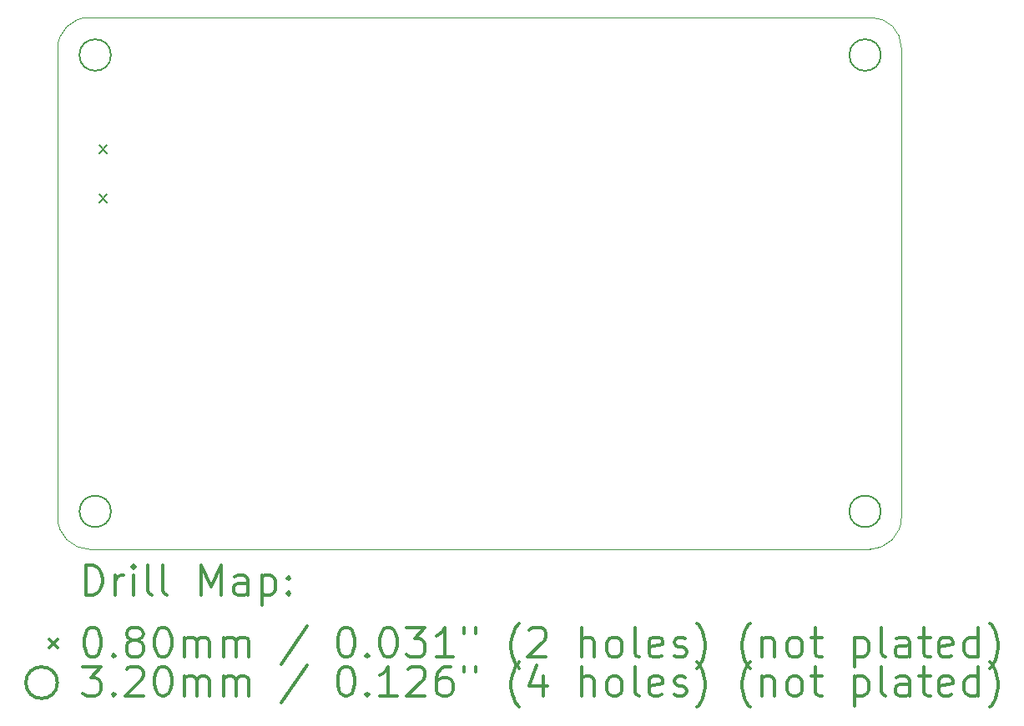
<source format=gbr>
%FSLAX45Y45*%
G04 Gerber Fmt 4.5, Leading zero omitted, Abs format (unit mm)*
G04 Created by KiCad (PCBNEW (5.1.9)-1) date 2021-06-01 18:20:39*
%MOMM*%
%LPD*%
G01*
G04 APERTURE LIST*
%TA.AperFunction,Profile*%
%ADD10C,0.050000*%
%TD*%
%ADD11C,0.200000*%
%ADD12C,0.300000*%
G04 APERTURE END LIST*
D10*
X12319000Y-4318000D02*
G75*
G02*
X12624000Y-4623000I0J-305000D01*
G01*
X4381500Y-9715500D02*
G75*
G02*
X4064000Y-9398000I0J317500D01*
G01*
X4064000Y-4635500D02*
G75*
G02*
X4381500Y-4318000I317500J0D01*
G01*
X12624000Y-9398000D02*
G75*
G02*
X12306500Y-9715500I-317500J0D01*
G01*
X12624000Y-4623000D02*
X12624000Y-9398000D01*
X4064000Y-4635500D02*
X4064000Y-9398000D01*
X4381500Y-9715500D02*
X12306500Y-9715500D01*
X4381500Y-4318000D02*
X12319000Y-4318000D01*
D11*
X4485000Y-5615500D02*
X4565000Y-5695500D01*
X4565000Y-5615500D02*
X4485000Y-5695500D01*
X4485000Y-6115500D02*
X4565000Y-6195500D01*
X4565000Y-6115500D02*
X4485000Y-6195500D01*
X4605000Y-4699000D02*
G75*
G03*
X4605000Y-4699000I-160000J0D01*
G01*
X4605000Y-9334500D02*
G75*
G03*
X4605000Y-9334500I-160000J0D01*
G01*
X12415500Y-4699000D02*
G75*
G03*
X12415500Y-4699000I-160000J0D01*
G01*
X12415500Y-9334500D02*
G75*
G03*
X12415500Y-9334500I-160000J0D01*
G01*
D12*
X4347928Y-10183714D02*
X4347928Y-9883714D01*
X4419357Y-9883714D01*
X4462214Y-9898000D01*
X4490786Y-9926572D01*
X4505071Y-9955143D01*
X4519357Y-10012286D01*
X4519357Y-10055143D01*
X4505071Y-10112286D01*
X4490786Y-10140857D01*
X4462214Y-10169429D01*
X4419357Y-10183714D01*
X4347928Y-10183714D01*
X4647928Y-10183714D02*
X4647928Y-9983714D01*
X4647928Y-10040857D02*
X4662214Y-10012286D01*
X4676500Y-9998000D01*
X4705071Y-9983714D01*
X4733643Y-9983714D01*
X4833643Y-10183714D02*
X4833643Y-9983714D01*
X4833643Y-9883714D02*
X4819357Y-9898000D01*
X4833643Y-9912286D01*
X4847928Y-9898000D01*
X4833643Y-9883714D01*
X4833643Y-9912286D01*
X5019357Y-10183714D02*
X4990786Y-10169429D01*
X4976500Y-10140857D01*
X4976500Y-9883714D01*
X5176500Y-10183714D02*
X5147928Y-10169429D01*
X5133643Y-10140857D01*
X5133643Y-9883714D01*
X5519357Y-10183714D02*
X5519357Y-9883714D01*
X5619357Y-10098000D01*
X5719357Y-9883714D01*
X5719357Y-10183714D01*
X5990786Y-10183714D02*
X5990786Y-10026572D01*
X5976500Y-9998000D01*
X5947928Y-9983714D01*
X5890786Y-9983714D01*
X5862214Y-9998000D01*
X5990786Y-10169429D02*
X5962214Y-10183714D01*
X5890786Y-10183714D01*
X5862214Y-10169429D01*
X5847928Y-10140857D01*
X5847928Y-10112286D01*
X5862214Y-10083714D01*
X5890786Y-10069429D01*
X5962214Y-10069429D01*
X5990786Y-10055143D01*
X6133643Y-9983714D02*
X6133643Y-10283714D01*
X6133643Y-9998000D02*
X6162214Y-9983714D01*
X6219357Y-9983714D01*
X6247928Y-9998000D01*
X6262214Y-10012286D01*
X6276500Y-10040857D01*
X6276500Y-10126572D01*
X6262214Y-10155143D01*
X6247928Y-10169429D01*
X6219357Y-10183714D01*
X6162214Y-10183714D01*
X6133643Y-10169429D01*
X6405071Y-10155143D02*
X6419357Y-10169429D01*
X6405071Y-10183714D01*
X6390786Y-10169429D01*
X6405071Y-10155143D01*
X6405071Y-10183714D01*
X6405071Y-9998000D02*
X6419357Y-10012286D01*
X6405071Y-10026572D01*
X6390786Y-10012286D01*
X6405071Y-9998000D01*
X6405071Y-10026572D01*
X3981500Y-10638000D02*
X4061500Y-10718000D01*
X4061500Y-10638000D02*
X3981500Y-10718000D01*
X4405071Y-10513714D02*
X4433643Y-10513714D01*
X4462214Y-10528000D01*
X4476500Y-10542286D01*
X4490786Y-10570857D01*
X4505071Y-10628000D01*
X4505071Y-10699429D01*
X4490786Y-10756572D01*
X4476500Y-10785143D01*
X4462214Y-10799429D01*
X4433643Y-10813714D01*
X4405071Y-10813714D01*
X4376500Y-10799429D01*
X4362214Y-10785143D01*
X4347928Y-10756572D01*
X4333643Y-10699429D01*
X4333643Y-10628000D01*
X4347928Y-10570857D01*
X4362214Y-10542286D01*
X4376500Y-10528000D01*
X4405071Y-10513714D01*
X4633643Y-10785143D02*
X4647928Y-10799429D01*
X4633643Y-10813714D01*
X4619357Y-10799429D01*
X4633643Y-10785143D01*
X4633643Y-10813714D01*
X4819357Y-10642286D02*
X4790786Y-10628000D01*
X4776500Y-10613714D01*
X4762214Y-10585143D01*
X4762214Y-10570857D01*
X4776500Y-10542286D01*
X4790786Y-10528000D01*
X4819357Y-10513714D01*
X4876500Y-10513714D01*
X4905071Y-10528000D01*
X4919357Y-10542286D01*
X4933643Y-10570857D01*
X4933643Y-10585143D01*
X4919357Y-10613714D01*
X4905071Y-10628000D01*
X4876500Y-10642286D01*
X4819357Y-10642286D01*
X4790786Y-10656572D01*
X4776500Y-10670857D01*
X4762214Y-10699429D01*
X4762214Y-10756572D01*
X4776500Y-10785143D01*
X4790786Y-10799429D01*
X4819357Y-10813714D01*
X4876500Y-10813714D01*
X4905071Y-10799429D01*
X4919357Y-10785143D01*
X4933643Y-10756572D01*
X4933643Y-10699429D01*
X4919357Y-10670857D01*
X4905071Y-10656572D01*
X4876500Y-10642286D01*
X5119357Y-10513714D02*
X5147928Y-10513714D01*
X5176500Y-10528000D01*
X5190786Y-10542286D01*
X5205071Y-10570857D01*
X5219357Y-10628000D01*
X5219357Y-10699429D01*
X5205071Y-10756572D01*
X5190786Y-10785143D01*
X5176500Y-10799429D01*
X5147928Y-10813714D01*
X5119357Y-10813714D01*
X5090786Y-10799429D01*
X5076500Y-10785143D01*
X5062214Y-10756572D01*
X5047928Y-10699429D01*
X5047928Y-10628000D01*
X5062214Y-10570857D01*
X5076500Y-10542286D01*
X5090786Y-10528000D01*
X5119357Y-10513714D01*
X5347928Y-10813714D02*
X5347928Y-10613714D01*
X5347928Y-10642286D02*
X5362214Y-10628000D01*
X5390786Y-10613714D01*
X5433643Y-10613714D01*
X5462214Y-10628000D01*
X5476500Y-10656572D01*
X5476500Y-10813714D01*
X5476500Y-10656572D02*
X5490786Y-10628000D01*
X5519357Y-10613714D01*
X5562214Y-10613714D01*
X5590786Y-10628000D01*
X5605071Y-10656572D01*
X5605071Y-10813714D01*
X5747928Y-10813714D02*
X5747928Y-10613714D01*
X5747928Y-10642286D02*
X5762214Y-10628000D01*
X5790786Y-10613714D01*
X5833643Y-10613714D01*
X5862214Y-10628000D01*
X5876500Y-10656572D01*
X5876500Y-10813714D01*
X5876500Y-10656572D02*
X5890786Y-10628000D01*
X5919357Y-10613714D01*
X5962214Y-10613714D01*
X5990786Y-10628000D01*
X6005071Y-10656572D01*
X6005071Y-10813714D01*
X6590786Y-10499429D02*
X6333643Y-10885143D01*
X6976500Y-10513714D02*
X7005071Y-10513714D01*
X7033643Y-10528000D01*
X7047928Y-10542286D01*
X7062214Y-10570857D01*
X7076500Y-10628000D01*
X7076500Y-10699429D01*
X7062214Y-10756572D01*
X7047928Y-10785143D01*
X7033643Y-10799429D01*
X7005071Y-10813714D01*
X6976500Y-10813714D01*
X6947928Y-10799429D01*
X6933643Y-10785143D01*
X6919357Y-10756572D01*
X6905071Y-10699429D01*
X6905071Y-10628000D01*
X6919357Y-10570857D01*
X6933643Y-10542286D01*
X6947928Y-10528000D01*
X6976500Y-10513714D01*
X7205071Y-10785143D02*
X7219357Y-10799429D01*
X7205071Y-10813714D01*
X7190786Y-10799429D01*
X7205071Y-10785143D01*
X7205071Y-10813714D01*
X7405071Y-10513714D02*
X7433643Y-10513714D01*
X7462214Y-10528000D01*
X7476500Y-10542286D01*
X7490786Y-10570857D01*
X7505071Y-10628000D01*
X7505071Y-10699429D01*
X7490786Y-10756572D01*
X7476500Y-10785143D01*
X7462214Y-10799429D01*
X7433643Y-10813714D01*
X7405071Y-10813714D01*
X7376500Y-10799429D01*
X7362214Y-10785143D01*
X7347928Y-10756572D01*
X7333643Y-10699429D01*
X7333643Y-10628000D01*
X7347928Y-10570857D01*
X7362214Y-10542286D01*
X7376500Y-10528000D01*
X7405071Y-10513714D01*
X7605071Y-10513714D02*
X7790786Y-10513714D01*
X7690786Y-10628000D01*
X7733643Y-10628000D01*
X7762214Y-10642286D01*
X7776500Y-10656572D01*
X7790786Y-10685143D01*
X7790786Y-10756572D01*
X7776500Y-10785143D01*
X7762214Y-10799429D01*
X7733643Y-10813714D01*
X7647928Y-10813714D01*
X7619357Y-10799429D01*
X7605071Y-10785143D01*
X8076500Y-10813714D02*
X7905071Y-10813714D01*
X7990786Y-10813714D02*
X7990786Y-10513714D01*
X7962214Y-10556572D01*
X7933643Y-10585143D01*
X7905071Y-10599429D01*
X8190786Y-10513714D02*
X8190786Y-10570857D01*
X8305071Y-10513714D02*
X8305071Y-10570857D01*
X8747928Y-10928000D02*
X8733643Y-10913714D01*
X8705071Y-10870857D01*
X8690786Y-10842286D01*
X8676500Y-10799429D01*
X8662214Y-10728000D01*
X8662214Y-10670857D01*
X8676500Y-10599429D01*
X8690786Y-10556572D01*
X8705071Y-10528000D01*
X8733643Y-10485143D01*
X8747928Y-10470857D01*
X8847928Y-10542286D02*
X8862214Y-10528000D01*
X8890786Y-10513714D01*
X8962214Y-10513714D01*
X8990786Y-10528000D01*
X9005071Y-10542286D01*
X9019357Y-10570857D01*
X9019357Y-10599429D01*
X9005071Y-10642286D01*
X8833643Y-10813714D01*
X9019357Y-10813714D01*
X9376500Y-10813714D02*
X9376500Y-10513714D01*
X9505071Y-10813714D02*
X9505071Y-10656572D01*
X9490786Y-10628000D01*
X9462214Y-10613714D01*
X9419357Y-10613714D01*
X9390786Y-10628000D01*
X9376500Y-10642286D01*
X9690786Y-10813714D02*
X9662214Y-10799429D01*
X9647928Y-10785143D01*
X9633643Y-10756572D01*
X9633643Y-10670857D01*
X9647928Y-10642286D01*
X9662214Y-10628000D01*
X9690786Y-10613714D01*
X9733643Y-10613714D01*
X9762214Y-10628000D01*
X9776500Y-10642286D01*
X9790786Y-10670857D01*
X9790786Y-10756572D01*
X9776500Y-10785143D01*
X9762214Y-10799429D01*
X9733643Y-10813714D01*
X9690786Y-10813714D01*
X9962214Y-10813714D02*
X9933643Y-10799429D01*
X9919357Y-10770857D01*
X9919357Y-10513714D01*
X10190786Y-10799429D02*
X10162214Y-10813714D01*
X10105071Y-10813714D01*
X10076500Y-10799429D01*
X10062214Y-10770857D01*
X10062214Y-10656572D01*
X10076500Y-10628000D01*
X10105071Y-10613714D01*
X10162214Y-10613714D01*
X10190786Y-10628000D01*
X10205071Y-10656572D01*
X10205071Y-10685143D01*
X10062214Y-10713714D01*
X10319357Y-10799429D02*
X10347928Y-10813714D01*
X10405071Y-10813714D01*
X10433643Y-10799429D01*
X10447928Y-10770857D01*
X10447928Y-10756572D01*
X10433643Y-10728000D01*
X10405071Y-10713714D01*
X10362214Y-10713714D01*
X10333643Y-10699429D01*
X10319357Y-10670857D01*
X10319357Y-10656572D01*
X10333643Y-10628000D01*
X10362214Y-10613714D01*
X10405071Y-10613714D01*
X10433643Y-10628000D01*
X10547928Y-10928000D02*
X10562214Y-10913714D01*
X10590786Y-10870857D01*
X10605071Y-10842286D01*
X10619357Y-10799429D01*
X10633643Y-10728000D01*
X10633643Y-10670857D01*
X10619357Y-10599429D01*
X10605071Y-10556572D01*
X10590786Y-10528000D01*
X10562214Y-10485143D01*
X10547928Y-10470857D01*
X11090786Y-10928000D02*
X11076500Y-10913714D01*
X11047928Y-10870857D01*
X11033643Y-10842286D01*
X11019357Y-10799429D01*
X11005071Y-10728000D01*
X11005071Y-10670857D01*
X11019357Y-10599429D01*
X11033643Y-10556572D01*
X11047928Y-10528000D01*
X11076500Y-10485143D01*
X11090786Y-10470857D01*
X11205071Y-10613714D02*
X11205071Y-10813714D01*
X11205071Y-10642286D02*
X11219357Y-10628000D01*
X11247928Y-10613714D01*
X11290786Y-10613714D01*
X11319357Y-10628000D01*
X11333643Y-10656572D01*
X11333643Y-10813714D01*
X11519357Y-10813714D02*
X11490786Y-10799429D01*
X11476500Y-10785143D01*
X11462214Y-10756572D01*
X11462214Y-10670857D01*
X11476500Y-10642286D01*
X11490786Y-10628000D01*
X11519357Y-10613714D01*
X11562214Y-10613714D01*
X11590786Y-10628000D01*
X11605071Y-10642286D01*
X11619357Y-10670857D01*
X11619357Y-10756572D01*
X11605071Y-10785143D01*
X11590786Y-10799429D01*
X11562214Y-10813714D01*
X11519357Y-10813714D01*
X11705071Y-10613714D02*
X11819357Y-10613714D01*
X11747928Y-10513714D02*
X11747928Y-10770857D01*
X11762214Y-10799429D01*
X11790786Y-10813714D01*
X11819357Y-10813714D01*
X12147928Y-10613714D02*
X12147928Y-10913714D01*
X12147928Y-10628000D02*
X12176500Y-10613714D01*
X12233643Y-10613714D01*
X12262214Y-10628000D01*
X12276500Y-10642286D01*
X12290786Y-10670857D01*
X12290786Y-10756572D01*
X12276500Y-10785143D01*
X12262214Y-10799429D01*
X12233643Y-10813714D01*
X12176500Y-10813714D01*
X12147928Y-10799429D01*
X12462214Y-10813714D02*
X12433643Y-10799429D01*
X12419357Y-10770857D01*
X12419357Y-10513714D01*
X12705071Y-10813714D02*
X12705071Y-10656572D01*
X12690786Y-10628000D01*
X12662214Y-10613714D01*
X12605071Y-10613714D01*
X12576500Y-10628000D01*
X12705071Y-10799429D02*
X12676500Y-10813714D01*
X12605071Y-10813714D01*
X12576500Y-10799429D01*
X12562214Y-10770857D01*
X12562214Y-10742286D01*
X12576500Y-10713714D01*
X12605071Y-10699429D01*
X12676500Y-10699429D01*
X12705071Y-10685143D01*
X12805071Y-10613714D02*
X12919357Y-10613714D01*
X12847928Y-10513714D02*
X12847928Y-10770857D01*
X12862214Y-10799429D01*
X12890786Y-10813714D01*
X12919357Y-10813714D01*
X13133643Y-10799429D02*
X13105071Y-10813714D01*
X13047928Y-10813714D01*
X13019357Y-10799429D01*
X13005071Y-10770857D01*
X13005071Y-10656572D01*
X13019357Y-10628000D01*
X13047928Y-10613714D01*
X13105071Y-10613714D01*
X13133643Y-10628000D01*
X13147928Y-10656572D01*
X13147928Y-10685143D01*
X13005071Y-10713714D01*
X13405071Y-10813714D02*
X13405071Y-10513714D01*
X13405071Y-10799429D02*
X13376500Y-10813714D01*
X13319357Y-10813714D01*
X13290786Y-10799429D01*
X13276500Y-10785143D01*
X13262214Y-10756572D01*
X13262214Y-10670857D01*
X13276500Y-10642286D01*
X13290786Y-10628000D01*
X13319357Y-10613714D01*
X13376500Y-10613714D01*
X13405071Y-10628000D01*
X13519357Y-10928000D02*
X13533643Y-10913714D01*
X13562214Y-10870857D01*
X13576500Y-10842286D01*
X13590786Y-10799429D01*
X13605071Y-10728000D01*
X13605071Y-10670857D01*
X13590786Y-10599429D01*
X13576500Y-10556572D01*
X13562214Y-10528000D01*
X13533643Y-10485143D01*
X13519357Y-10470857D01*
X4061500Y-11074000D02*
G75*
G03*
X4061500Y-11074000I-160000J0D01*
G01*
X4319357Y-10909714D02*
X4505071Y-10909714D01*
X4405071Y-11024000D01*
X4447928Y-11024000D01*
X4476500Y-11038286D01*
X4490786Y-11052572D01*
X4505071Y-11081143D01*
X4505071Y-11152572D01*
X4490786Y-11181143D01*
X4476500Y-11195429D01*
X4447928Y-11209714D01*
X4362214Y-11209714D01*
X4333643Y-11195429D01*
X4319357Y-11181143D01*
X4633643Y-11181143D02*
X4647928Y-11195429D01*
X4633643Y-11209714D01*
X4619357Y-11195429D01*
X4633643Y-11181143D01*
X4633643Y-11209714D01*
X4762214Y-10938286D02*
X4776500Y-10924000D01*
X4805071Y-10909714D01*
X4876500Y-10909714D01*
X4905071Y-10924000D01*
X4919357Y-10938286D01*
X4933643Y-10966857D01*
X4933643Y-10995429D01*
X4919357Y-11038286D01*
X4747928Y-11209714D01*
X4933643Y-11209714D01*
X5119357Y-10909714D02*
X5147928Y-10909714D01*
X5176500Y-10924000D01*
X5190786Y-10938286D01*
X5205071Y-10966857D01*
X5219357Y-11024000D01*
X5219357Y-11095429D01*
X5205071Y-11152572D01*
X5190786Y-11181143D01*
X5176500Y-11195429D01*
X5147928Y-11209714D01*
X5119357Y-11209714D01*
X5090786Y-11195429D01*
X5076500Y-11181143D01*
X5062214Y-11152572D01*
X5047928Y-11095429D01*
X5047928Y-11024000D01*
X5062214Y-10966857D01*
X5076500Y-10938286D01*
X5090786Y-10924000D01*
X5119357Y-10909714D01*
X5347928Y-11209714D02*
X5347928Y-11009714D01*
X5347928Y-11038286D02*
X5362214Y-11024000D01*
X5390786Y-11009714D01*
X5433643Y-11009714D01*
X5462214Y-11024000D01*
X5476500Y-11052572D01*
X5476500Y-11209714D01*
X5476500Y-11052572D02*
X5490786Y-11024000D01*
X5519357Y-11009714D01*
X5562214Y-11009714D01*
X5590786Y-11024000D01*
X5605071Y-11052572D01*
X5605071Y-11209714D01*
X5747928Y-11209714D02*
X5747928Y-11009714D01*
X5747928Y-11038286D02*
X5762214Y-11024000D01*
X5790786Y-11009714D01*
X5833643Y-11009714D01*
X5862214Y-11024000D01*
X5876500Y-11052572D01*
X5876500Y-11209714D01*
X5876500Y-11052572D02*
X5890786Y-11024000D01*
X5919357Y-11009714D01*
X5962214Y-11009714D01*
X5990786Y-11024000D01*
X6005071Y-11052572D01*
X6005071Y-11209714D01*
X6590786Y-10895429D02*
X6333643Y-11281143D01*
X6976500Y-10909714D02*
X7005071Y-10909714D01*
X7033643Y-10924000D01*
X7047928Y-10938286D01*
X7062214Y-10966857D01*
X7076500Y-11024000D01*
X7076500Y-11095429D01*
X7062214Y-11152572D01*
X7047928Y-11181143D01*
X7033643Y-11195429D01*
X7005071Y-11209714D01*
X6976500Y-11209714D01*
X6947928Y-11195429D01*
X6933643Y-11181143D01*
X6919357Y-11152572D01*
X6905071Y-11095429D01*
X6905071Y-11024000D01*
X6919357Y-10966857D01*
X6933643Y-10938286D01*
X6947928Y-10924000D01*
X6976500Y-10909714D01*
X7205071Y-11181143D02*
X7219357Y-11195429D01*
X7205071Y-11209714D01*
X7190786Y-11195429D01*
X7205071Y-11181143D01*
X7205071Y-11209714D01*
X7505071Y-11209714D02*
X7333643Y-11209714D01*
X7419357Y-11209714D02*
X7419357Y-10909714D01*
X7390786Y-10952572D01*
X7362214Y-10981143D01*
X7333643Y-10995429D01*
X7619357Y-10938286D02*
X7633643Y-10924000D01*
X7662214Y-10909714D01*
X7733643Y-10909714D01*
X7762214Y-10924000D01*
X7776500Y-10938286D01*
X7790786Y-10966857D01*
X7790786Y-10995429D01*
X7776500Y-11038286D01*
X7605071Y-11209714D01*
X7790786Y-11209714D01*
X8047928Y-10909714D02*
X7990786Y-10909714D01*
X7962214Y-10924000D01*
X7947928Y-10938286D01*
X7919357Y-10981143D01*
X7905071Y-11038286D01*
X7905071Y-11152572D01*
X7919357Y-11181143D01*
X7933643Y-11195429D01*
X7962214Y-11209714D01*
X8019357Y-11209714D01*
X8047928Y-11195429D01*
X8062214Y-11181143D01*
X8076500Y-11152572D01*
X8076500Y-11081143D01*
X8062214Y-11052572D01*
X8047928Y-11038286D01*
X8019357Y-11024000D01*
X7962214Y-11024000D01*
X7933643Y-11038286D01*
X7919357Y-11052572D01*
X7905071Y-11081143D01*
X8190786Y-10909714D02*
X8190786Y-10966857D01*
X8305071Y-10909714D02*
X8305071Y-10966857D01*
X8747928Y-11324000D02*
X8733643Y-11309714D01*
X8705071Y-11266857D01*
X8690786Y-11238286D01*
X8676500Y-11195429D01*
X8662214Y-11124000D01*
X8662214Y-11066857D01*
X8676500Y-10995429D01*
X8690786Y-10952572D01*
X8705071Y-10924000D01*
X8733643Y-10881143D01*
X8747928Y-10866857D01*
X8990786Y-11009714D02*
X8990786Y-11209714D01*
X8919357Y-10895429D02*
X8847928Y-11109714D01*
X9033643Y-11109714D01*
X9376500Y-11209714D02*
X9376500Y-10909714D01*
X9505071Y-11209714D02*
X9505071Y-11052572D01*
X9490786Y-11024000D01*
X9462214Y-11009714D01*
X9419357Y-11009714D01*
X9390786Y-11024000D01*
X9376500Y-11038286D01*
X9690786Y-11209714D02*
X9662214Y-11195429D01*
X9647928Y-11181143D01*
X9633643Y-11152572D01*
X9633643Y-11066857D01*
X9647928Y-11038286D01*
X9662214Y-11024000D01*
X9690786Y-11009714D01*
X9733643Y-11009714D01*
X9762214Y-11024000D01*
X9776500Y-11038286D01*
X9790786Y-11066857D01*
X9790786Y-11152572D01*
X9776500Y-11181143D01*
X9762214Y-11195429D01*
X9733643Y-11209714D01*
X9690786Y-11209714D01*
X9962214Y-11209714D02*
X9933643Y-11195429D01*
X9919357Y-11166857D01*
X9919357Y-10909714D01*
X10190786Y-11195429D02*
X10162214Y-11209714D01*
X10105071Y-11209714D01*
X10076500Y-11195429D01*
X10062214Y-11166857D01*
X10062214Y-11052572D01*
X10076500Y-11024000D01*
X10105071Y-11009714D01*
X10162214Y-11009714D01*
X10190786Y-11024000D01*
X10205071Y-11052572D01*
X10205071Y-11081143D01*
X10062214Y-11109714D01*
X10319357Y-11195429D02*
X10347928Y-11209714D01*
X10405071Y-11209714D01*
X10433643Y-11195429D01*
X10447928Y-11166857D01*
X10447928Y-11152572D01*
X10433643Y-11124000D01*
X10405071Y-11109714D01*
X10362214Y-11109714D01*
X10333643Y-11095429D01*
X10319357Y-11066857D01*
X10319357Y-11052572D01*
X10333643Y-11024000D01*
X10362214Y-11009714D01*
X10405071Y-11009714D01*
X10433643Y-11024000D01*
X10547928Y-11324000D02*
X10562214Y-11309714D01*
X10590786Y-11266857D01*
X10605071Y-11238286D01*
X10619357Y-11195429D01*
X10633643Y-11124000D01*
X10633643Y-11066857D01*
X10619357Y-10995429D01*
X10605071Y-10952572D01*
X10590786Y-10924000D01*
X10562214Y-10881143D01*
X10547928Y-10866857D01*
X11090786Y-11324000D02*
X11076500Y-11309714D01*
X11047928Y-11266857D01*
X11033643Y-11238286D01*
X11019357Y-11195429D01*
X11005071Y-11124000D01*
X11005071Y-11066857D01*
X11019357Y-10995429D01*
X11033643Y-10952572D01*
X11047928Y-10924000D01*
X11076500Y-10881143D01*
X11090786Y-10866857D01*
X11205071Y-11009714D02*
X11205071Y-11209714D01*
X11205071Y-11038286D02*
X11219357Y-11024000D01*
X11247928Y-11009714D01*
X11290786Y-11009714D01*
X11319357Y-11024000D01*
X11333643Y-11052572D01*
X11333643Y-11209714D01*
X11519357Y-11209714D02*
X11490786Y-11195429D01*
X11476500Y-11181143D01*
X11462214Y-11152572D01*
X11462214Y-11066857D01*
X11476500Y-11038286D01*
X11490786Y-11024000D01*
X11519357Y-11009714D01*
X11562214Y-11009714D01*
X11590786Y-11024000D01*
X11605071Y-11038286D01*
X11619357Y-11066857D01*
X11619357Y-11152572D01*
X11605071Y-11181143D01*
X11590786Y-11195429D01*
X11562214Y-11209714D01*
X11519357Y-11209714D01*
X11705071Y-11009714D02*
X11819357Y-11009714D01*
X11747928Y-10909714D02*
X11747928Y-11166857D01*
X11762214Y-11195429D01*
X11790786Y-11209714D01*
X11819357Y-11209714D01*
X12147928Y-11009714D02*
X12147928Y-11309714D01*
X12147928Y-11024000D02*
X12176500Y-11009714D01*
X12233643Y-11009714D01*
X12262214Y-11024000D01*
X12276500Y-11038286D01*
X12290786Y-11066857D01*
X12290786Y-11152572D01*
X12276500Y-11181143D01*
X12262214Y-11195429D01*
X12233643Y-11209714D01*
X12176500Y-11209714D01*
X12147928Y-11195429D01*
X12462214Y-11209714D02*
X12433643Y-11195429D01*
X12419357Y-11166857D01*
X12419357Y-10909714D01*
X12705071Y-11209714D02*
X12705071Y-11052572D01*
X12690786Y-11024000D01*
X12662214Y-11009714D01*
X12605071Y-11009714D01*
X12576500Y-11024000D01*
X12705071Y-11195429D02*
X12676500Y-11209714D01*
X12605071Y-11209714D01*
X12576500Y-11195429D01*
X12562214Y-11166857D01*
X12562214Y-11138286D01*
X12576500Y-11109714D01*
X12605071Y-11095429D01*
X12676500Y-11095429D01*
X12705071Y-11081143D01*
X12805071Y-11009714D02*
X12919357Y-11009714D01*
X12847928Y-10909714D02*
X12847928Y-11166857D01*
X12862214Y-11195429D01*
X12890786Y-11209714D01*
X12919357Y-11209714D01*
X13133643Y-11195429D02*
X13105071Y-11209714D01*
X13047928Y-11209714D01*
X13019357Y-11195429D01*
X13005071Y-11166857D01*
X13005071Y-11052572D01*
X13019357Y-11024000D01*
X13047928Y-11009714D01*
X13105071Y-11009714D01*
X13133643Y-11024000D01*
X13147928Y-11052572D01*
X13147928Y-11081143D01*
X13005071Y-11109714D01*
X13405071Y-11209714D02*
X13405071Y-10909714D01*
X13405071Y-11195429D02*
X13376500Y-11209714D01*
X13319357Y-11209714D01*
X13290786Y-11195429D01*
X13276500Y-11181143D01*
X13262214Y-11152572D01*
X13262214Y-11066857D01*
X13276500Y-11038286D01*
X13290786Y-11024000D01*
X13319357Y-11009714D01*
X13376500Y-11009714D01*
X13405071Y-11024000D01*
X13519357Y-11324000D02*
X13533643Y-11309714D01*
X13562214Y-11266857D01*
X13576500Y-11238286D01*
X13590786Y-11195429D01*
X13605071Y-11124000D01*
X13605071Y-11066857D01*
X13590786Y-10995429D01*
X13576500Y-10952572D01*
X13562214Y-10924000D01*
X13533643Y-10881143D01*
X13519357Y-10866857D01*
M02*

</source>
